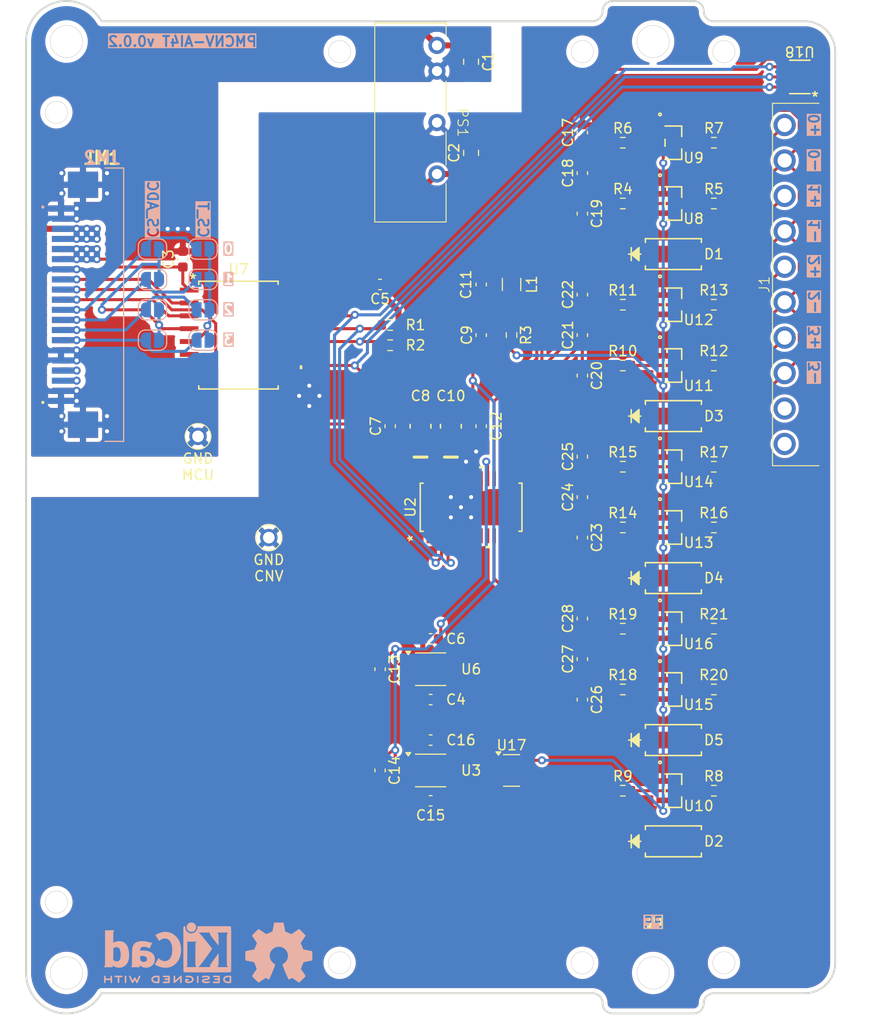
<source format=kicad_pcb>
(kicad_pcb (version 20241229) (generator "pcbnew") (generator_version "9.0")
  (title_block (title "${article} v${version}"))
  (layers (0 "F.Cu" signal) (2 "B.Cu" signal) (13 "F.Paste" user) (15 "B.Paste" user) (5 "F.SilkS" user "F.Silkscreen") (7 "B.SilkS" user "B.Silkscreen") (1 "F.Mask" user) (3 "B.Mask" user) (25 "Edge.Cuts" user))
  (property "article" "PMCNV-AI4T")
  (property "version" "0.0.2")
  (net 0 "")
  (net 7 "Net-(U6-Trim{slash}NR)")
  (net 10 "Net-(U3-Trim{slash}NR)")
  (net 12 "+2V5_CNV")
  (net 13 "+4V096_CNV")
  (net 15 "+5V_MCU")
  (net 16 "GND_MCU")
  (net 17 "GND_CNV")
  (net 18 "+5V_CNV")
  (net 19 "+3.3V_MCU")
  (net 20 "/CS_AD_CNV")
  (net 21 "/CS_T_CNV")
  (net 22 "/CS_T_MCU")
  (net 23 "/MISO_CNV")
  (net 24 "/MOSI_MCU")
  (net 25 "/MOSI_CNV")
  (net 26 "/SCK_CNV")
  (net 27 "/MISO_MCU")
  (net 28 "/SCK_MCU")
  (net 29 "/CS_AD_MCU")
  (net 34 "Net-(R4-Pad2)")
  (net 37 "+5V_CNV_FLT")
  (net 38 "/P1")
  (net 39 "/P3")
  (net 40 "/P2")
  (net 41 "/P0")
  (net 42 "Net-(L1-Pad1)")
  (net 43 "Net-(R6-Pad2)")
  (net 46 "/CH0")
  (net 47 "/CHCOM")
  (net 48 "/CH3")
  (net 49 "/CH1")
  (net 50 "/CH2")
  (net 51 "Net-(R8-Pad1)")
  (net 52 "+2V5_CNV_BUF")
  (net 53 "Net-(R10-Pad2)")
  (net 54 "Net-(R11-Pad2)")
  (net 55 "Net-(R14-Pad2)")
  (net 56 "Net-(R15-Pad2)")
  (net 57 "Net-(R18-Pad2)")
  (net 58 "Net-(R19-Pad2)")
  (net 59 "/AIN2")
  (net 60 "/AIN1")
  (net 61 "/AIN3")
  (net 62 "/AIN4")
  (net 63 "/AIN5")
  (net 64 "/AIN6")
  (net 65 "/AIN7")
  (net 66 "/AIN8")
  (net 67 "/CS1_MCU")
  (net 68 "/SDA_MCU")
  (net 69 "/CS0_MCU")
  (net 70 "/CS3_MCU")
  (net 71 "/CS2_MCU")
  (net 73 "/SCL_MCU")
  (footprint "kicad_inventree_lib:PM-ESP32C3_v0.0.5" (layer "F.Cu") (at 25 100)
    (property "Reference" "U1" (hide yes))
    (property "Value" "~" (hide yes))
    (fp_circle (center 3 -39) (end 4.1 -39) (stroke (width 0.05)) (fill no) (layer "Edge.Cuts"))
    (fp_circle (center 3 39) (end 4.1 39) (stroke (width 0.05)) (fill no) (layer "Edge.Cuts"))
    (fp_circle (center 31 -45) (end 32.1 -45) (stroke (width 0.05)) (fill no) (layer "Edge.Cuts"))
    (fp_circle (center 31 45) (end 32.1 45) (stroke (width 0.05)) (fill no) (layer "Edge.Cuts"))
  )
  (footprint "Resistor_SMD:R_0603_1608Metric" (layer "F.Cu") (at 84 70)
    (property "Reference" "R4")
    (property "Value" "300R")
  )
  (footprint "kicad_inventree_lib:TAJA_AVX-M" (layer "F.Cu") (at 67 92 90)
    (property "Reference" "C10")
    (property "Value" "10 uF")
  )
  (footprint "Resistor_SMD:R_0603_1608Metric" (layer "F.Cu") (at 93 102)
    (property "Reference" "R16")
    (property "Value" "1k69")
  )
  (footprint "Capacitor_SMD:C_0603_1608Metric" (layer "F.Cu") (at 60 116 -90)
    (property "Reference" "C13")
    (property "Value" "1uF")
  )
  (footprint "Capacitor_SMD:C_0603_1608Metric" (layer "F.Cu") (at 80 111 90)
    (property "Reference" "C28")
    (property "Value" "1nF 50V")
  )
  (footprint "Capacitor_SMD:C_0603_1608Metric" (layer "F.Cu") (at 70 83 90)
    (property "Reference" "C9")
    (property "Value" "100nF")
  )
  (footprint "Capacitor_SMD:C_0603_1608Metric" (layer "F.Cu") (at 65 129 180)
    (property "Reference" "C15")
    (property "Value" "1uF")
  )
  (footprint "kicad_inventree_lib:MountingHole_M3" (layer "F.Cu") (at 87 146)
    (property "Reference" "H7" (hide yes))
    (property "Value" "MountingHole_M3")
    (fp_circle (center 0 0) (end 1.6 0) (stroke (width 0.05)) (fill no) (layer "Edge.Cuts"))
  )
  (footprint "Capacitor_SMD:C_0603_1608Metric" (layer "F.Cu") (at 61 92 90)
    (property "Reference" "C7")
    (property "Value" "100nF")
  )
  (footprint "kicad_inventree_lib:5117" (layer "F.Cu") (at 42 93)
    (property "Reference" "U4" (hide yes))
    (property "Value" "5117" (hide yes))
  )
  (footprint "Capacitor_SMD:C_0603_1608Metric" (layer "F.Cu") (at 80 95 90)
    (property "Reference" "C25")
    (property "Value" "1nF 50V")
  )
  (footprint "kicad_inventree_lib:SOT-23_ONS" (layer "F.Cu") (at 89 64 -90)
    (property "Reference" "U9")
    (property "Value" "BAV199LT1G")
  )
  (footprint "kicad_inventree_lib:PM_LED-xx-v0.0.1" (layer "F.Cu") (at 90 100)
    (property "Reference" "SP1" (hide yes))
    (property "Value" "~")
    (fp_circle (center -10 -45) (end -8.9 -45) (stroke (width 0.05)) (fill no) (layer "Edge.Cuts"))
    (fp_circle (center -10 45) (end -8.9 45) (stroke (width 0.05)) (fill no) (layer "Edge.Cuts"))
    (fp_circle (center 4 -45) (end 5.1 -45) (stroke (width 0.05)) (fill no) (layer "Edge.Cuts"))
    (fp_circle (center 4 45) (end 5.1 45) (stroke (width 0.05)) (fill no) (layer "Edge.Cuts"))
  )
  (footprint "kicad_inventree_lib:SMASeries_LTF-M" (layer "F.Cu") (at 89 133)
    (property "Reference" "D2")
    (property "Value" "SMAJ33CA")
  )
  (footprint "Resistor_SMD:R_0603_1608Metric" (layer "F.Cu") (at 84 118)
    (property "Reference" "R18")
    (property "Value" "300R")
  )
  (footprint "kicad_inventree_lib:SOIC16-WBW_CLG-M" (layer "F.Cu") (at 46 83)
    (property "Reference" "U7")
    (property "Value" "CA-IS3761HW")
  )
  (footprint "kicad_inventree_lib:SOT-23_ONS" (layer "F.Cu") (at 89 96 -90)
    (property "Reference" "U14")
    (property "Value" "BAV199LT1G")
  )
  (footprint "Resistor_SMD:R_0603_1608Metric" (layer "F.Cu") (at 93 70)
    (property "Reference" "R5")
    (property "Value" "1k69")
  )
  (footprint "Resistor_SMD:R_0603_1608Metric" (layer "F.Cu") (at 73 83 -90)
    (property "Reference" "R3")
    (property "Value" "1R5")
  )
  (footprint "kicad_inventree_lib:SOT-23_ONS" (layer "F.Cu") (at 89 80 -90)
    (property "Reference" "U12")
    (property "Value" "BAV199LT1G")
  )
  (footprint "Resistor_SMD:R_0603_1608Metric" (layer "F.Cu") (at 84 86)
    (property "Reference" "R10")
    (property "Value" "300R")
  )
  (footprint "Capacitor_SMD:C_0603_1608Metric" (layer "F.Cu") (at 60 78 180)
    (property "Reference" "C5")
    (property "Value" "100nF")
  )
  (footprint "kicad_inventree_lib:SOT-23_ONS" (layer "F.Cu") (at 89 112 -90)
    (property "Reference" "U16")
    (property "Value" "BAV199LT1G")
  )
  (footprint "kicad_inventree_lib:SMASeries_LTF-M" (layer "F.Cu") (at 89 75)
    (property "Reference" "D1")
    (property "Value" "SMAJ33CA")
  )
  (footprint "Capacitor_SMD:C_0603_1608Metric" (layer "F.Cu") (at 40.5 75.5 90)
    (property "Reference" "C3")
    (property "Value" "100nF")
  )
  (footprint "Resistor_SMD:R_0603_1608Metric" (layer "F.Cu") (at 93 128)
    (property "Reference" "R8")
    (property "Value" "1k69")
  )
  (footprint "Capacitor_SMD:C_0603_1608Metric" (layer "F.Cu") (at 80 71 -90)
    (property "Reference" "C19")
    (property "Value" "1nF 50V")
  )
  (footprint "Resistor_SMD:R_0603_1608Metric" (layer "F.Cu") (at 84 128)
    (property "Reference" "R9")
    (property "Value" "300R")
  )
  (footprint "kicad_inventree_lib:B2405LS-1WR3" (layer "F.Cu") (at 65.625 62.005 -90)
    (property "Reference" "PS1")
    (property "Value" "5V/5V")
  )
  (footprint "kicad_inventree_lib:DBV6" (layer "F.Cu") (at 101.5 57.5 180)
    (property "Reference" "U18")
    (property "Value" "TMP121AIDBVR")
  )
  (footprint "Capacitor_SMD:C_0805_2012Metric" (layer "F.Cu") (at 69 65 90)
    (property "Reference" "C2")
    (property "Value" "10uF")
  )
  (footprint "kicad_inventree_lib:SOT-23_ONS" (layer "F.Cu") (at 89 128 -90)
    (property "Reference" "U10")
    (property "Value" "BAV199LT1G")
  )
  (footprint "Capacitor_SMD:C_0603_1608Metric" (layer "F.Cu") (at 60 126 -90)
    (property "Reference" "C14")
    (property "Value" "1uF")
  )
  (footprint "kicad_inventree_lib:SOT-23_ONS" (layer "F.Cu") (at 89 86 -90)
    (property "Reference" "U11")
    (property "Value" "BAV199LT1G")
  )
  (footprint "Capacitor_SMD:C_0603_1608Metric" (layer "F.Cu") (at 80 79 90)
    (property "Reference" "C22")
    (property "Value" "1nF 50V")
  )
  (footprint "Resistor_SMD:R_0603_1608Metric" (layer "F.Cu") (at 93 112)
    (property "Reference" "R21")
    (property "Value" "1k69")
  )
  (footprint "kicad_inventree_lib:MountingHole_M3" (layer "F.Cu") (at 87 54)
    (property "Reference" "H4" (hide yes))
    (property "Value" "MountingHole_M3")
    (fp_circle (center 0 0) (end 1.6 0) (stroke (width 0.05)) (fill no) (layer "Edge.Cuts"))
  )
  (footprint "kicad_inventree_lib:MountingHole_M3" (layer "F.Cu") (at 29 54)
    (property "Reference" "H5" (hide yes))
    (property "Value" "MountingHole_M3")
    (fp_circle (center 0 0) (end 1.6 0) (stroke (width 0.05)) (fill no) (layer "Edge.Cuts"))
  )
  (footprint "kicad_inventree_lib:TAJA_AVX-M" (layer "F.Cu") (at 64 92 90)
    (property "Reference" "C8")
    (property "Value" "10 uF")
  )
  (footprint "Capacitor_SMD:C_0603_1608Metric" (layer "F.Cu") (at 65 123 180)
    (property "Reference" "C16")
    (property "Value" "1uF")
  )
  (footprint "Capacitor_SMD:C_0603_1608Metric" (layer "F.Cu") (at 70 92 90)
    (property "Reference" "C12")
    (property "Value" "100nF")
  )
  (footprint "Capacitor_SMD:C_0603_1608Metric" (layer "F.Cu") (at 80 87 -90)
    (property "Reference" "C20")
    (property "Value" "1nF 50V")
  )
  (footprint "Capacitor_SMD:C_0603_1608Metric" (layer "F.Cu") (at 70 78 -90)
    (property "Reference" "C11")
    (property "Value" "100nF")
  )
  (footprint "kicad_inventree_lib:SMASeries_LTF-M" (layer "F.Cu") (at 89 91)
    (property "Reference" "D3")
    (property "Value" "SMAJ33CA")
  )
  (footprint "Capacitor_SMD:C_0603_1608Metric" (layer "F.Cu") (at 80 63 90)
    (property "Reference" "C17")
    (property "Value" "1nF 50V")
  )
  (footprint "Resistor_SMD:R_0603_1608Metric" (layer "F.Cu") (at 93 96)
    (property "Reference" "R17")
    (property "Value" "1k69")
  )
  (footprint "Resistor_SMD:R_0603_1608Metric" (layer "F.Cu") (at 84 64)
    (property "Reference" "R6")
    (property "Value" "300R")
  )
  (footprint "Resistor_SMD:R_0603_1608Metric" (layer "F.Cu") (at 93 80)
    (property "Reference" "R13")
    (property "Value" "1k69")
  )
  (footprint "Capacitor_SMD:C_0603_1608Metric" (layer "F.Cu") (at 80 83 90)
    (property "Reference" "C21")
    (property "Value" "22nF 25V")
  )
  (footprint "Capacitor_SMD:C_0603_1608Metric" (layer "F.Cu") (at 80 99 90)
    (property "Reference" "C24")
    (property "Value" "22nF 25V")
  )
  (footprint "Capacitor_SMD:C_0603_1608Metric" (layer "F.Cu") (at 65 113 180)
    (property "Reference" "C6")
    (property "Value" "1uF")
  )
  (footprint "Capacitor_SMD:C_0603_1608Metric" (layer "F.Cu") (at 80 67 90)
    (property "Reference" "C18")
    (property "Value" "22nF 25V")
  )
  (footprint "kicad_inventree_lib:SMASeries_LTF-M" (layer "F.Cu") (at 89 107)
    (property "Reference" "D4")
    (property "Value" "SMAJ33CA")
  )
  (footprint "Package_SO:MSOP-8_3x3mm_P0.65mm" (layer "F.Cu") (at 65 116)
    (property "Reference" "U6")
    (property "Value" "REF5040ADGK")
  )
  (footprint "kicad_inventree_lib:AFA07S20FCA00" (layer "F.Cu") (at 32 80 90)
    (property "Reference" "JM1")
    (property "Value" "AFA07-S20FCC-00" (hide yes))
  )
  (footprint "Resistor_SMD:R_0603_1608Metric" (layer "F.Cu") (at 84 80)
    (property "Reference" "R11")
    (property "Value" "300R")
  )
  (footprint "Resistor_SMD:R_0603_1608Metric" (layer "F.Cu") (at 93 64)
    (property "Reference" "R7")
    (property "Value" "1k69")
  )
  (footprint "Resistor_SMD:R_0603_1608Metric" (layer "F.Cu") (at 61 82 180)
    (property "Reference" "R1")
    (property "Value" "10k")
  )
  (footprint "Package_SO:MSOP-8_3x3mm_P0.65mm" (layer "F.Cu") (at 65 126)
    (property "Reference" "U3")
    (property "Value" "REF5025ADGK")
  )
  (footprint "kicad_inventree_lib:RU_28_ADI" (layer "F.Cu") (at 69 100 90)
    (property "Reference" "U2")
    (property "Value" "AD7193BRUZ")
  )
  (footprint "Resistor_SMD:R_0603_1608Metric" (layer "F.Cu") (at 93 118)
    (property "Reference" "R20")
    (property "Value" "1k69")
  )
  (footprint "kicad_inventree_lib:15EDGRC-3.5-10P" (layer "F.Cu") (at 100 93.75 90)
    (property "Reference" "J1")
    (property "Value" "15EDGRC-3.5-10P")
  )
  (footprint "kicad_inventree_lib:MountingHole_M3" (layer "F.Cu") (at 29 146)
    (property "Reference" "H6" (hide yes))
    (property "Value" "MountingHole_M3")
    (fp_circle (center 0 0) (end 1.6 0) (stroke (width 0.05)) (fill no) (layer "Edge.Cuts"))
  )
  (footprint "Package_TO_SOT_SMD:TSOT-23-5" (layer "F.Cu") (at 73 126)
    (property "Reference" "U17")
    (property "Value" "AD8603")
  )
  (footprint "Capacitor_SMD:C_0603_1608Metric" (layer "F.Cu") (at 65 119 180)
    (property "Reference" "C4")
    (property "Value" "1uF")
  )
  (footprint "Capacitor_SMD:C_0603_1608Metric" (layer "F.Cu") (at 80 119 -90)
    (property "Reference" "C26")
    (property "Value" "1nF 50V")
  )
  (footprint "Resistor_SMD:R_0603_1608Metric" (layer "F.Cu") (at 84 96)
    (property "Reference" "R15")
    (property "Value" "300R")
  )
  (footprint "kicad_inventree_lib:5117" (layer "F.Cu") (at 49 103)
    (property "Reference" "U5" (hide yes))
    (property "Value" "5117" (hide yes))
  )
  (footprint "kicad_inventree_lib:SMASeries_LTF-M" (layer "F.Cu") (at 89 123)
    (property "Reference" "D5")
    (property "Value" "SMAJ33CA")
  )
  (footprint "kicad_inventree_lib:SOT-23_ONS" (layer "F.Cu") (at 89 102 -90)
    (property "Reference" "U13")
    (property "Value" "BAV199LT1G")
  )
  (footprint "kicad_inventree_lib:SOT-23_ONS" (layer "F.Cu") (at 89 118 -90)
    (property "Reference" "U15")
    (property "Value" "BAV199LT1G")
  )
  (footprint "Inductor_SMD:L_1206_3216Metric_Pad1.42x1.75mm_HandSolder" (layer "F.Cu") (at 73 78 90)
    (property "Reference" "L1")
    (property "Value" "1kΩ@100MHz")
  )
  (footprint "Resistor_SMD:R_0603_1608Metric" (layer "F.Cu") (at 61 84 180)
    (property "Reference" "R2")
    (property "Value" "10k")
  )
  (footprint "Capacitor_SMD:C_0603_1608Metric" (layer "F.Cu") (at 80 115 90)
    (property "Reference" "C27")
    (property "Value" "22nF 25V")
  )
  (footprint "kicad_inventree_lib:SOT-23_ONS" (layer "F.Cu") (at 89 70 -90)
    (property "Reference" "U8")
    (property "Value" "BAV199LT1G")
  )
  (footprint "Resistor_SMD:R_0603_1608Metric" (layer "F.Cu") (at 84 112)
    (property "Reference" "R19")
    (property "Value" "300R")
  )
  (footprint "Resistor_SMD:R_0603_1608Metric" (layer "F.Cu") (at 93 86)
    (property "Reference" "R12")
    (property "Value" "1k69")
  )
  (footprint "Capacitor_SMD:C_0603_1608Metric" (layer "F.Cu") (at 80 103 -90)
    (property "Reference" "C23")
    (property "Value" "1nF 50V")
  )
  (footprint "Resistor_SMD:R_0603_1608Metric" (layer "F.Cu") (at 84 102)
    (property "Reference" "R14")
    (property "Value" "300R")
  )
  (footprint "Capacitor_SMD:C_0805_2012Metric" (layer "F.Cu") (at 69 56 -90)
    (property "Reference" "C1")
    (property "Value" "4.7uF")
  )
  (footprint "kicad_inventree_lib:SolderJumper-2_P1.3mm_Open_RoundedPad1.0x1.5mm" (layer "B.Cu") (at 42.5 77.5)
    (property "Reference" "JP6" (hide yes))
    (property "Value" "SolderJumper_2_Open")
  )
  (footprint "kicad_inventree_lib:SolderJumper-2_P1.3mm_Open_RoundedPad1.0x1.5mm" (layer "B.Cu") (at 42.5 83.5)
    (property "Reference" "JP8" (hide yes))
    (property "Value" "SolderJumper_2_Open")
  )
  (footprint "kicad_inventree_lib:AFA07S20FCA00" (layer "B.Cu") (at 32 80 -90)
    (property "Reference" "JM2")
    (property "Value" "AFA07-S20FCC-00" (hide yes))
  )
  (footprint "kicad_inventree_lib:SolderJumper-2_P1.3mm_Open_RoundedPad1.0x1.5mm" (layer "B.Cu") (at 42.5 74.5)
    (property "Reference" "JP5" (hide yes))
    (property "Value" "SolderJumper_2_Open")
  )
  (footprint "kicad_inventree_lib:SolderJumper-2_P1.3mm_Open_RoundedPad1.0x1.5mm" (layer "B.Cu") (at 37.5 74.5)
    (property "Reference" "JP1" (hide yes))
    (property "Value" "SolderJumper_2_Open")
  )
  (footprint "Symbol:KiCad-Logo2_5mm_SilkScreen" (layer "B.Cu") (at 39 144 180)
    (property "Reference" "kicad_logo" (hide yes))
    (property "Value" "KiCad-Logo2_5mm_SilkScreen" (hide yes))
  )
  (footprint "kicad_inventree_lib:SolderJumper-2_P1.3mm_Open_RoundedPad1.0x1.5mm" (layer "B.Cu") (at 42.5 80.5)
    (property "Reference" "JP7" (hide yes))
    (property "Value" "SolderJumper_2_Open")
  )
  (footprint "Symbol:OSHW-Symbol_6.7x6mm_SilkScreen" (layer "B.Cu") (at 50 144 180)
    (property "Reference" "oshw_logo" (hide yes))
    (property "Value" "OSHW-Symbol_6.7x6mm_SilkScreen" (hide yes))
  )
  (footprint "kicad_inventree_lib:SolderJumper-2_P1.3mm_Open_RoundedPad1.0x1.5mm" (layer "B.Cu") (at 37.5 80.5)
    (property "Reference" "JP3" (hide yes))
    (property "Value" "SolderJumper_2_Open")
  )
  (footprint "kicad_inventree_lib:SolderJumper-2_P1.3mm_Open_RoundedPad1.0x1.5mm" (layer "B.Cu") (at 37.5 77.5)
    (property "Reference" "JP2" (hide yes))
    (property "Value" "SolderJumper_2_Open")
  )
  (footprint "kicad_inventree_lib:SolderJumper-2_P1.3mm_Open_RoundedPad1.0x1.5mm" (layer "B.Cu") (at 37.5 83.5)
    (property "Reference" "JP4" (hide yes))
    (property "Value" "SolderJumper_2_Open")
  )
  (gr_arc (start 102 52) (mid 104.12132 52.87868) (end 105 55) (stroke (width 0.2)) (layer "Edge.Cuts"))
  (gr_arc (start 25.000001 54) (mid 27.964724 50.136298) (end 32.464101 52) (stroke (width 0.2)) (layer "Edge.Cuts"))
  (gr_arc (start 92 149) (mid 91.707107 149.707107) (end 91 150) (stroke (width 0.2)) (layer "Edge.Cuts"))
  (gr_line (start 32.464101 52) (end 81 52) (stroke (width 0.2)) (layer "Edge.Cuts"))
  (gr_line (start 105 55) (end 105 145) (stroke (width 0.2)) (layer "Edge.Cuts"))
  (gr_arc (start 83 150) (mid 82.292893 149.707107) (end 82 149) (stroke (width 0.2)) (layer "Edge.Cuts"))
  (gr_arc (start 81 148) (mid 81.707107 148.292893) (end 82 149) (stroke (width 0.2)) (layer "Edge.Cuts"))
  (gr_line (start 93 148) (end 102 148) (stroke (width 0.2)) (layer "Edge.Cuts"))
  (gr_line (start 93 52) (end 102 52) (stroke (width 0.2)) (layer "Edge.Cuts"))
  (gr_arc (start 92 149) (mid 92.292893 148.292893) (end 93 148) (stroke (width 0.2)) (layer "Edge.Cuts"))
  (gr_arc (start 82 51) (mid 82.292893 50.292893) (end 83 50) (stroke (width 0.2)) (layer "Edge.Cuts"))
  (gr_line (start 91 50) (end 83 50) (stroke (width 0.2)) (layer "Edge.Cuts"))
  (gr_arc (start 32.464101 148) (mid 27.964724 149.863703) (end 25 146) (stroke (width 0.2)) (layer "Edge.Cuts"))
  (gr_arc (start 82 51) (mid 81.707107 51.707107) (end 81 52) (stroke (width 0.2)) (layer "Edge.Cuts"))
  (gr_line (start 83 150) (end 91 150) (stroke (width 0.2)) (layer "Edge.Cuts"))
  (gr_line (start 81 148) (end 32.464101 148) (stroke (width 0.2)) (layer "Edge.Cuts"))
  (gr_arc (start 93 52) (mid 92.292893 51.707107) (end 92 51) (stroke (width 0.2)) (layer "Edge.Cuts"))
  (gr_arc (start 91 50) (mid 91.707107 50.292893) (end 92 51) (stroke (width 0.2)) (layer "Edge.Cuts"))
  (gr_arc (start 105 145) (mid 104.12132 147.12132) (end 102 148) (stroke (width 0.2)) (layer "Edge.Cuts"))
  (gr_line (start 25 146) (end 25 54) (stroke (width 0.2)) (layer "Edge.Cuts"))
  (gr_text "GND\nCNV" (at 49 106 0) (layer "F.SilkS") (effects (font (size 1 1))))
  (gr_text "PE" (at 87 141 0) (layer "F.SilkS" knockout) (effects (font (size 1 1) (thickness 0.2) (bold yes))))
  (gr_text "GND\nMCU" (at 42 96 0) (layer "F.SilkS") (effects (font (size 1 1))))
  (gr_text "CS_ADC" (at 37.5 73.5 270) (layer "B.SilkS" knockout) (effects (font (size 1 1) (thickness 0.2) (bold yes)) (justify left mirror)))
  (gr_text "0-" (at 102.94 65.75 90) (layer "B.SilkS" knockout) (effects (font (size 1 1) (thickness 0.2) (bold yes)) (justify mirror)))
  (gr_text "2+" (at 102.94 76.25 90) (layer "B.SilkS" knockout) (effects (font (size 1 1) (thickness 0.2) (bold yes)) (justify mirror)))
  (gr_text "CS_T" (at 42.5 73.5 270) (layer "B.SilkS" knockout) (effects (font (size 1 1) (thickness 0.2) (bold yes)) (justify left mirror)))
  (gr_text "1+" (at 102.94 69.25 90) (layer "B.SilkS" knockout) (effects (font (size 1 1) (thickness 0.2) (bold yes)) (justify mirror)))
  (gr_text "3-" (at 102.94 86.75 90) (layer "B.SilkS" knockout) (effects (font (size 1 1) (thickness 0.2) (bold yes)) (justify mirror)))
  (gr_text "3+" (at 102.94 83.25 90) (layer "B.SilkS" knockout) (effects (font (size 1 1) (thickness 0.2) (bold yes)) (justify mirror)))
  (gr_text "2" (at 45 80.5 0) (layer "B.SilkS" knockout) (effects (font (size 1 1) (thickness 0.2) (bold yes)) (justify mirror)))
  (gr_text "0" (at 45 74.5 0) (layer "B.SilkS" knockout) (effects (font (size 1 1) (thickness 0.2) (bold yes)) (justify mirror)))
  (gr_text "2-" (at 102.94 79.75 90) (layer "B.SilkS" knockout) (effects (font (size 1 1) (thickness 0.2) (bold yes)) (justify mirror)))
  (gr_text "0+" (at 102.94 62.25 90) (layer "B.SilkS" knockout) (effects (font (size 1 1) (thickness 0.2) (bold yes)) (justify mirror)))
  (gr_text "3" (at 45 83.5 0) (layer "B.SilkS" knockout) (effects (font (size 1 1) (thickness 0.2) (bold yes)) (justify mirror)))
  (gr_text "1" (at 45 77.5 0) (layer "B.SilkS" knockout) (effects (font (size 1 1) (thickness 0.2) (bold yes)) (justify mirror)))
  (gr_text "${article} v${version}" (at 33 54 0) (layer "B.SilkS" knockout) (effects (font (size 1 1) (thickness 0.2) (bold yes)) (justify right mirror)))
  (gr_text "1-" (at 102.94 72.75 90) (layer "B.SilkS" knockout) (effects (font (size 1 1) (thickness 0.2) (bold yes)) (justify mirror)))
  (gr_text "PE" (at 87 141 -0) (layer "B.SilkS" knockout) (effects (font (size 1 1) (thickness 0.2) (bold yes)) (justify mirror)))
  (segment (start 65.775 119) (end 65.775 118.3125) (width 0.3) (layer "F.Cu") (net 7))
  (segment (start 65.775 118.3125) (end 67.1125 116.975) (width 0.3) (layer "F.Cu") (net 7))
  (segment (start 65.775 129) (end 65.775 128.3125) (width 0.3) (layer "F.Cu") (net 10))
  (segment (start 65.775 128.3125) (end 67.1125 126.975) (width 0.3) (layer "F.Cu") (net 10))
  (segment (start 67.1125 126.325) (end 66.175 126.325) (width 0.3) (layer "F.Cu") (net 12))
  (segment (start 69.837322 126.95) (end 71.8625 126.95) (width 0.3) (layer "F.Cu") (net 12))
  (segment (start 69.212322 126.325) (end 69.837322 126.95) (width 0.3) (layer "F.Cu") (net 12))
  (segment (start 65.775 125.925) (end 65.775 123) (width 0.3) (layer "F.Cu") (net 12))
  (segment (start 67.1125 126.325) (end 69.212322 126.325) (width 0.3) (layer "F.Cu") (net 12))
  (segment (start 66.175 126.325) (end 65.775 125.925) (width 0.3) (layer "F.Cu") (net 12))
  (segment (start 70.625001 95.625001) (end 70.5 95.5) (width 0.3) (layer "F.Cu") (net 13))
  (segment (start 65.775 115.799999) (end 65.775 113) (width 0.3) (layer "F.Cu") (net 13))
  (segment (start 66 111.5) (end 66 112.775) (width 0.3) (layer "F.Cu") (net 13))
  (segment (start 66.300001 116.325) (end 65.775 115.799999) (width 0.3) (layer "F.Cu") (net 13))
  (segment (start 66 112.775) (end 65.775 113) (width 0.3) (layer "F.Cu") (net 13))
  (segment (start 67.1125 116.325) (end 66.300001 116.325) (width 0.3) (layer "F.Cu") (net 13))
  (segment (start 70.625001 97.1806) (end 70.625001 95.625001) (width 0.3) (layer "F.Cu") (net 13))
  (via (at 66 111.5) (size 0.8) (drill 0.4) (layers "F.Cu" "B.Cu") (net 13))
  (via (at 70.5 95.5) (size 0.8) (drill 0.4) (layers "F.Cu" "B.Cu") (net 13))
  (segment (start 70.5 107) (end 66 111.5) (width 0.3) (layer "B.Cu") (net 13))
  (segment (start 70.5 95.5) (end 70.5 107) (width 0.3) (layer "B.Cu") (net 13))
  (segment (start 68.335 54.385) (end 69 55.05) (width 0.6) (layer "F.Cu") (net 15))
  (segment (start 32 72.5) (end 32 73.5) (width 0.6) (layer "F.Cu") (net 15))
  (segment (start 26 71.5) (end 26 60.31158) (width 0.6) (layer "F.Cu") (net 15))
  (segment (start 28.454 72.5) (end 30 72.5) (width 0.6) (layer "F.Cu") (net 15))
  (segment (start 27.21258 59.099) (end 28.151 59.099) (width 0.6) (layer "F.Cu") (net 15))
  (segment (start 28.454 73.5) (end 30 73.5) (width 0.6) (layer "F.Cu") (net 15))
  (segment (start 28.454 72.5) (end 27 72.5) (width 0.6) (layer "F.Cu") (net 15))
  (segment (start 31 73.5) (end 32 73.5) (width 0.6) (layer "F.Cu") (net 15))
  (segment (start 31 72.5) (end 32 72.5) (width 0.6) (layer "F.Cu") (net 15))
  (segment (start 64.24 53) (end 65.625 54.385) (width 0.6) (layer "F.Cu") (net 15))
  (segment (start 26 60.31158) (end 27.21258 59.099) (width 0.6) (layer "F.Cu") (net 15))
  (segment (start 28.151 59.099) (end 34.25 53) (width 0.6) (layer "F.Cu") (net 15))
  (segment (start 34.25 53) (end 64.24 53) (width 0.6) (layer "F.Cu") (net 15))
  (segment (start 30 72.5) (end 31 72.5) (width 0.6) (layer "F.Cu") (net 15))
  (segment (start 30 73.5) (end 31 73.5) (width 0.6) (layer "F.Cu") (net 15))
  (segment (start 27 72.5) (end 26 71.5) (width 0.6) (layer "F.Cu") (net 15))
  (segment (start 65.625 54.385) (end 68.335 54.385) (width 0.6) (layer "F.Cu") (net 15))
  (segment (start 30 72.5) (end 30 73.5) (width 0.6) (layer "F.Cu") (net 15))
  (segment (start 31 72.5) (end 31 73.5) (width 0.6) (layer "F.Cu") (net 15))
  (via (at 30 73.5) (size 0.8) (drill 0.4) (layers "F.Cu" "B.Cu") (net 15))
  (via (at 31 72.5) (size 0.8) (drill 0.4) (layers "F.Cu" "B.Cu") (net 15))
  (via (at 32 73.5) (size 0.8) (drill 0.4) (layers "F.Cu" "B.Cu") (net 15))
  (via (at 31 73.5) (size 0.8) (drill 0.4) (layers "F.Cu" "B.Cu") (net 15))
  (via (at 32 72.5) (size 0.8) (drill 0.4) (layers "F.Cu" "B.Cu") (net 15))
  (via (at 30 72.5) (size 0.8) (drill 0.4) (layers "F.Cu" "B.Cu") (net 15))
  (segment (start 32 72.5) (end 28.454 72.5) (width 0.6) (layer "B.Cu") (net 15))
  (segment (start 32 73.5) (end 32 72.5) (width 0.6) (layer "B.Cu") (net 15))
  (segment (start 32 73.5) (end 28.454 73.5) (width 0.6) (layer "B.Cu") (net 15))
  (segment (start 30 73.5) (end 30 72.5) (width 0.6) (layer "B.Cu") (net 15))
  (segment (start 31 73.5) (end 31 72.5) (width 0.6) (layer "B.Cu") (net 15))
  (segment (start 28.454 76.5) (end 30 76.5) (width 0.6) (layer "F.Cu") (net 16))
  (segment (start 28.454 88.5) (end 30 88.5) (width 0.6) (layer "F.Cu") (net 16))
  (segment (start 28.454 89.5) (end 30 89.5) (width 0.6) (layer "F.Cu") (net 16))
  (segment (start 28.454 84.5) (end 30 84.5) (width 0.6) (layer "F.Cu") (net 16))
  (segment (start 28.454 71.5) (end 30 71.5) (width 0.6) (layer "F.Cu") (net 16))
  (segment (start 30 85.5) (end 28.454 85.5) (width 0.6) (layer "F.Cu") (net 16))
  (segment (start 28.454 70.5) (end 30 70.5) (width 0.6) (layer "F.Cu") (net 16))
  (via (at 41 72.5) (size 0.8) (drill 0.4) (layers "F.Cu" "B.Cu") (net 16))
  (via (at 30 70.5) (size 0.8) (drill 0.4) (layers "F.Cu" "B.Cu") (net 16))
  (via (at 30 76.5) (size 0.8) (drill 0.4) (layers "F.Cu" "B.Cu") (net 16))
  (via (at 30 84.5) (size 0.8) (drill 0.4) (layers "F.Cu" "B.Cu") (net 16))
  (via (at 33 69) (size 0.8) (drill 0.4) (layers "F.Cu" "B.Cu") (net 16))
  (via (at 33 91) (size 0.8) (drill 0.4) (layers "F.Cu" "B.Cu") (net 16))
  (via (at 28.5 92.5) (size 0.8) (drill 0.4) (layers "F.Cu" "B.Cu") (net 16))
  (via (at 30 89.5) (size 0.8) (drill 0.4) (layers "F.Cu" "B.Cu") (net 16))
  (via (at 30 71.5) (size 0.8) (drill 0.4) (layers "F.Cu" "B.Cu") (net 16))
  (via (at 30 88.5) (size 0.8) (drill 0.4) (layers "F.Cu" "B.Cu") (net 16))
  (via (at 33 92.5) (size 0.8) (drill 0.4) (layers "F.Cu" "B.Cu") (net 16))
  (via (at 28.5 69) (size 0.8) (drill 0.4) (layers "F.Cu" "B.Cu") (net 16))
  (via (at 28.5 91) (size 0.8) (drill 0.4) (layers "F.Cu" "B.Cu") (net 16))
  (via (at 40 72.5) (size 0.8) (drill 0.4) (layers "F.Cu" "B.Cu") (net 16))
  (via (at 28.5 67) (size 0.8) (drill 0.4) (layers "F.Cu" "B.Cu") (net 16))
  (via (at 39 72.5) (size 0.8) (drill 0.4) (layers "F.Cu" "B.Cu") (net 16))
  (via (at 30 85.5) (size 0.8) (drill 0.4) (layers "F.Cu" "B.Cu") (net 16))
  (via (at 33 67) (size 0.8) (drill 0.4) (layers "F.Cu" "B.Cu") (net 16))
  (segment (start 30 84.5) (end 28.454 84.5) (width 0.6) (layer "B.Cu") (net 16))
  (segment (start 30 89.5) (end 28.454 89.5) (width 0.6) (layer "B.Cu") (net 16))
  (segment (start 30 70.5) (end 28.454 70.5) (width 0.6) (layer "B.Cu") (net 16))
  (segment (start 30 71.5) (end 28.454 71.5) (width 0.6) (layer "B.Cu") (net 16))
  (segment (start 30 88.5) (end 28.454 88.5) (width 0.6) (layer "B.Cu") (net 16))
  (segment (start 30 76.5) (end 28.454 76.5) (width 0.6) (layer "B.Cu") (net 16))
  (segment (start 28.454 85.5) (end 30 85.5) (width 0.6) (layer "B.Cu") (net 16))
  (via (at 69 101) (size 0.8) (drill 0.4) (layers "F.Cu" "B.Cu") (net 17))
  (via (at 69 99) (size 0.8) (drill 0.4) (layers "F.Cu" "B.Cu") (net 17))
  (via (at 52 89) (size 0.8) (drill 0.4) (layers "F.Cu" "B.Cu") (net 17))
  (via (at 67 101) (size 0.8) (drill 0.4) (layers "F.Cu" "B.Cu") (net 17))
  (via (at 67 99) (size 0.8) (drill 0.4) (layers "F.Cu" "B.Cu") (net 17))
  (via (at 54 89) (size 0.8) (drill 0.4) (layers "F.Cu" "B.Cu") (net 17))
  (via (at 53 88) (size 0.8) (drill 0.4) (layers "F.Cu" "B.Cu") (net 17))
  (via (at 68 100) (size 0.8) (drill 0.4) (layers "F.Cu" "B.Cu") (net 17))
  (via (at 69.5 94.5) (size 0.8) (drill 0.4) (layers "F.Cu" "B.Cu") (net 17))
  (via (at 68.5 95.5) (size 0.8) (drill 0.4) (layers "F.Cu" "B.Cu") (net 17))
  (via (at 53 90) (size 0.8) (drill 0.4) (layers "F.Cu" "B.Cu") (net 17))
  (segment (start 64 93.5) (end 64 93.086663) (width 0.3) (layer "F.Cu") (net 18))
  (segment (start 69 65.95) (end 69.725 65.95) (width 0.3) (layer "F.Cu") (net 18))
  (segment (start 65.625 67.085) (end 67.865 67.085) (width 0.6) (layer "F.Cu") (net 18))
  (segment (start 66.725001 96.225001) (end 64 93.5) (width 0.3) (layer "F.Cu") (net 18))
  (segment (start 50.8768 78.555) (end 58.67 78.555) (width 0.3) (layer "F.Cu") (net 18))
  (segment (start 60 91.775) (end 61 92.775) (width 0.6) (layer "F.Cu") (net 18))
  (segment (start 61.825 82) (end 65.225 82) (width 0.6) (layer "F.Cu") (net 18))
  (segment (start 58.67 78.555) (end 59.225 78) (width 0.3) (layer "F.Cu") (net 18))
  (segment (start 63.313246 93.802) (end 62.027 93.802) (width 0.3) (layer "F.Cu") (net 18))
  (segment (start 61.825 82) (end 61.825 84) (width 0.6) (layer "F.Cu") (net 18))
  (segment (start 60 85.825) (end 60 91.775) (width 0.6) (layer "F.Cu") (net 18))
  (segment (start 66.725001 97.1806) (end 66.725001 96.225001) (width 0.3) (layer "F.Cu") (net 18))
  (segment (start 98.188925 55.749) (end 101.816601 55.749) (width 0.3) (layer "F.Cu") (net 18))
  (segment (start 61.825 80.6) (end 59.225 78) (width 0.6) (layer "F.Cu") (net 18))
  (segment (start 59.225 78) (end 59.225 73.485) (width 0.6) (layer "F.Cu") (net 18))
  (segment (start 59.225 73.485) (end 65.625 67.085) (width 0.6) (layer "F.Cu") (net 18))
  (segment (start 62.027 93.802) (end 61 92.775) (width 0.3) (layer "F.Cu") (net 18))
  (segment (start 69.725 65.95) (end 78.924 56.751) (width 0.3) (layer "F.Cu") (net 18))
  (segment (start 64 93.115246) (end 63.313246 93.802) (width 0.3) (layer "F.Cu") (net 18))
  (segment (start 78.924 56.751) (end 97.186925 56.751) (width 0.3) (layer "F.Cu") (net 18))
  (segment (start 64 93.086663) (end 64 93.115246) (width 0.3) (layer "F.Cu") (net 18))
  (segment (start 61.825 84) (end 60 85.825) (width 0.6) (layer "F.Cu") (net 18))
  (segment (start 65.225 82) (end 70 77.225) (width 0.6) (layer "F.Cu") (net 18))
  (segment (start 67.865 67.085) (end 69 65.95) (width 0.6) (layer "F.Cu") (net 18))
  (segment (start 70.7125 76.5125) (end 70 77.225) (width 0.6) (layer "F.Cu") (net 18))
  (segment (start 61.825 82) (end 61.825 80.6) (width 0.6) (layer "F.Cu") (net 18))
  (segment (start 73 76.5125) (end 70.7125 76.5125) (width 0.6) (layer "F.Cu") (net 18))
  (segment (start 101.816601 55.749) (end 102.6176 56.549999) (width 0.3) (layer "F.Cu") (net 18))
  (segment (start 97.186925 56.751) (end 98.188925 55.749) (width 0.3) (layer "F.Cu") (net 18))
  (segment (start 30 75.5) (end 31 75.5) (width 0.6) (layer "F.Cu") (net 19))
  (segment (start 33.775 76.275) (end 40.5 76.275) (width 0.3) (layer "F.Cu") (net 19))
  (segment (start 32 74.5) (end 32 75.5) (width 0.6) (layer "F.Cu") (net 19))
  (segment (start 30 74.5) (end 31 74.5) (width 0.6) (layer "F.Cu") (net 19))
  (segment (start 31 74.5) (end 31 75.5) (width 0.6) (layer "F.Cu") (net 19))
  (segment (start 40.5 77.9318) (end 41.1232 78.555) (width 0.3) (layer "F.Cu") (net 19))
  (segment (start 30 74.5) (end 30 75.5) (width 0.6) (layer "F.Cu") (net 19))
  (segment (start 40.5 76.275) (end 40.5 77.9318) (width 0.3) (layer "F.Cu") (net 19))
  (segment (start 33 75.5) (end 33.775 76.275) (width 0.3) (layer "F.Cu") (net 19))
  (segment (start 28.454 74.5) (end 30 74.5) (width 0.6) (layer "F.Cu") (net 19))
  (segment (start 31 74.5) (end 32 74.5) (width 0.6) (layer "F.Cu") (net 19))
  (segment (start 31 75.5) (end 32 75.5) (width 0.6) (layer "F.Cu") (net 19))
  (segment (start 32 75.5) (end 33 75.5) (width 0.3) (layer "F.Cu") (net 19))
  (segment (start 28.454 75.5) (end 30 75.5) (width 0.6) (layer "F.Cu") (net 19))
  (via (at 30 75.5) (size 0.8) (drill 0.4) (layers "F.Cu" "B.Cu") (net 19))
  (via (at 31 74.5) (size 0.8) (drill 0.4) (layers "F.Cu" "B.Cu") (net 19))
  (via (at 32 75.5) (size 0.8) (drill 0.4) (layers "F.Cu" "B.Cu") (net 19))
  (via (at 31 75.5) (size 0.8) (drill 0.4) (layers "F.Cu" "B.Cu") (net 19))
  (via (at 30 74.5) (size 0.8) (drill 0.4) (layers "F.Cu" "B.Cu") (net 19))
  (via (at 32 74.5) (size 0.8) (drill 0.4) (layers "F.Cu" "B.Cu") (net 19))
  (segment (start 31 74.5) (end 31 75.5) (width 0.6) (layer "B.Cu") (net 19))
  (segment (start 30 74.5) (end 30 75.5) (width 0.6) (layer "B.Cu") (net 19))
  (segment (start 32 75.5) (end 28.454 75.5) (width 0.6) (layer "B.Cu") (net 19))
  (segment (start 32 74.5) (end 28.454 74.5) (width 0.6) (layer "B.Cu") (net 19))
  (segment (start 32 74.5) (end 32 75.5) (width 0.6) (layer "B.Cu") (net 19))
  (segment (start 66.725001 102.8194) (end 66.725001 105.225001) (width 0.3) (layer "F.Cu") (net 20))
  (segment (start 58 82.365) (end 50.8768 82.365) (width 0.3) (layer "F.Cu") (net 20))
  (segment (start 59.81 82.365) (end 60.175 82) (width 0.3) (layer "F.Cu") (net 20))
  (segment (start 66.725001 105.225001) (end 67 105.5) (width 0.3) (layer "F.Cu") (net 20))
  (segment (start 58 82.365) (end 59.81 82.365) (width 0.3) (layer "F.Cu") (net 20))
  (via (at 58 82.365) (size 0.8) (drill 0.4) (layers "F.Cu" "B.Cu") (net 20))
  (via (at 67 105.5) (size 0.8) (drill 0.4) (layers "F.Cu" "B.Cu") (net 20))
  (segment (start 56 84.365) (end 56 95.29148) (width 0.3) (layer "B.Cu") (net 20))
  (segment (start 65.811075 104.749) (end 66.562075 105.5) (width 0.3) (layer "B.Cu") (net 20))
  (segment (start 58 82.365) (end 56 84.365) (width 0.3) (layer "B.Cu") (net 20))
  (segment (start 65.45752 104.749) (end 65.811075 104.749) (width 0.3) (layer "B.Cu") (net 20))
  (segment (start 66.562075 105.5) (end 67 105.5) (width 0.3) (layer "B.Cu") (net 20))
  (segment (start 56 95.29148) (end 65.45752 104.749) (width 0.3) (layer "B.Cu") (net 20))
  (segment (start 98.5 57.5) (end 100.3824 57.5) (width 0.3) (layer "F.Cu") (net 21))
  (segment (start 59.81 83.635) (end 60.175 84) (width 0.3) (layer "F.Cu") (net 21))
  (segment (start 58 83.635) (end 50.8768 83.635) (width 0.3) (layer "F.Cu") (net 21))
  (segment (start 58 83.635) (end 59.81 83.635) (width 0.3) (layer "F.Cu") (net 21))
  (via (at 58 83.635) (size 0.8) (drill 0.4) (layers "F.Cu" "B.Cu") (net 21))
  (via (at 98.5 57.5) (size 0.8) (drill 0.4) (layers "F.Cu" "B.Cu") (net 21))
  (segment (start 58 83.635) (end 58.07352 83.635) (width 0.3) (layer "B.Cu") (net 21))
  (segment (start 58.07352 83.635) (end 84.20852 57.5) (width 0.3) (layer "B.Cu") (net 21))
  (segment (start 84.20852 57.5) (end 98.5 57.5) (width 0.3) (layer "B.Cu") (net 21))
  (segment (start 42.918969 82.525031) (end 41.809 83.635) (width 0.3) (layer "F.Cu") (net 22))
  (segment (start 42.918969 82.081031) (end 42.918969 82.525031) (width 0.3) (layer "F.Cu") (net 22))
  (segment (start 41.809 83.635) (end 41.1232 83.635) (width 0.3) (layer "F.Cu") (net 22))
  (via (at 42.918969 82.081031) (size 0.8) (drill 0.4) (layers "F.Cu" "B.Cu") (net 22))
  (segment (start 42.918969 82.081031) (end 42.918969 83.268969) (width 0.3) (layer "B.Cu") (net 22))
  (segment (start 43.15 81.85) (end 42.918969 82.081031) (width 0.3) (layer "B.Cu") (net 22))
  (segment (start 43.15 77.5) (end 43.15 80.5) (width 0.3) (layer "B.Cu") (net 22))
  (segment (start 43.15 74.5) (end 43.15 77.5) (width 0.3) (layer "B.Cu") (net 22))
  (segment (start 43.15 80.5) (end 43.15 81.85) (width 0.3) (layer "B.Cu") (net 22))
  (segment (start 42.918969 83.268969) (end 43.15 83.5) (width 0.3) (layer "B.Cu") (net 22))
  (segment (start 57.5 86) (end 58.5 87) (width 0.3) (layer "F.Cu") (net 23))
  (segment (start 58.5 91.570822) (end 63.022178 96.093) (width 0.3) (layer "F.Cu") (net 23))
  (segment (start 65.374001 96.093) (end 65.425001 96.144) (width 0.3) (layer "F.Cu") (net 23))
  (segment (start 98.5 58.5) (end 100.332401 58.5) (width 0.3) (layer "F.Cu") (net 23))
  (segment (start 58.5 87) (end 58.5 91.570822) (width 0.3) (layer "F.Cu") (net 23))
  (segment (start 54.5 86) (end 54.325 86.175) (width 0.3) (layer "F.Cu") (net 23))
  (segment (start 57.5 86) (end 54.5 86) (width 0.3) (layer "F.Cu") (net 23))
  (segment (start 100.332401 58.5) (end 100.3824 58.450001) (width 0.3) (layer "F.Cu") (net 23))
  (segment (start 65.425001 96.144) (end 65.425001 97.1806) (width 0.3) (layer "F.Cu") (net 23))
  (segment (start 54.325 86.175) (end 50.8768 86.175) (width 0.3) (layer "F.Cu") (net 23))
  (segment (start 63.022178 96.093) (end 65.374001 96.093) (width 0.3) (layer "F.Cu") (net 23))
  (segment (start 57.325 86.175) (end 57.5 86) (width 0.3) (layer "F.Cu") (net 23))
  (via (at 57.5 86) (size 0.8) (drill 0.4) (layers "F.Cu" "B.Cu") (net 23))
  (via (at 98.5 58.5) (size 0.8) (drill 0.4) (layers "F.Cu" "B.Cu") (net 23))
  (segment (start 57.5 86) (end 58.751 84.749) (width 0.3) (layer "B.Cu") (net 23))
  (segment (start 83.91704 58.5) (end 98.5 58.5) (width 0.3) (layer "B.Cu") (net 23))
  (segment (start 58.751 83.66604) (end 83.91704 58.5) (width 0.3) (layer "B.Cu") (net 23))
  (segment (start 58.751 84.749) (end 58.751 83.66604) (width 0.3) (layer "B.Cu") (net 23))
  (segment (start 37.1124 77.5) (end 30 77.5) (width 0.3) (layer "F.Cu") (net 24))
  (segment (start 40.1232 79.825) (end 39.4374 79.825) (width 0.3) (layer "F.Cu") (net 24))
  (segment (start 39.4374 79.825) (end 37.1124 77.5) (width 0.3) (layer "F.Cu") (net 24))
  (segment (start 28.454 77.5) (end 30 77.5) (width 0.6) (layer "F.Cu") (net 24))
  (via (at 30 77.5) (size 0.8) (drill 0.4) (layers "F.Cu" "B.Cu") (net 24))
  (segment (start 30 77.5) (end 28.454 77.5) (width 0.6) (layer "B.Cu") (net 24))
  (segment (start 50.191 79.825) (end 49.5987 80.4173) (width 0.3) (layer "F.Cu") (net 25))
  (segment (start 50.8768 79.825) (end 50.191 79.825) (width 0.3) (layer "F.Cu") (net 25))
  (segment (start 63.401257 97.1806) (end 57.999 91.778343) (width 0.3) (layer "F.Cu") (net 25))
  (segment (start 52.778343 91.778343) (end 57.999 91.778343) (width 0.3) (layer "F.Cu") (net 25))
  (segment (start 64.775 97.1806) (end 63.401257 97.1806) (width 0.3) (layer "F.Cu") (net 25))
  (segment (start 49.5987 80.4173) (end 49.5987 88.5987) (width 0.3) (layer "F.Cu") (net 25))
  (segment (start 49.5987 88.5987) (end 52.778343 91.778343) (width 0.3) (layer "F.Cu") (net 25))
  (segment (start 65.5 105.5) (end 66.075 104.925) (width 0.3) (layer "F.Cu") (net 26))
  (segment (start 66.075 104.925) (end 66.075 102.8194) (width 0.3) (layer "F.Cu") (net 26))
  (segment (start 98.5 56.5) (end 100.332401 56.5) (width 0.3) (layer "F.Cu") (net 26))
  (segment (start 100.332401 56.5) (end 100.3824 56.549999) (width 0.3) (layer "F.Cu") (net 26))
  (segment (start 57.405 81.095) (end 57.5 81) (width 0.3) (layer "F.Cu") (net 26))
  (segment (start 57.405 81.095) (end 50.8768 81.095) (width 0.3) (layer "F.Cu") (net 26))
  (via (at 57.5 81) (size 0.8) (drill 0.4) (layers "F.Cu" "B.Cu") (net 26))
  (via (at 98.5 56.5) (size 0.8) (drill 0.4) (layers "F.Cu" "B.Cu") (net 26))
  (via (at 65.5 105.5) (size 0.8) (drill 0.4) (layers "F.Cu" "B.Cu") (net 26))
  (segment (start 94.725288 56.751) (end 94.976288 56.5) (width 0.3) (layer "B.Cu") (net 26))
  (segment (start 84.249 56.751) (end 94.725288 56.751) (width 0.3) (layer "B.Cu") (net 26))
  (segment (start 57.5 81) (end 55.5 83) (width 0.3) (layer "B.Cu") (net 26))
  (segment (start 55.5 95.5) (end 65.5 105.5) (width 0.3) (layer "B.Cu") (net 26))
  (segment (start 55.5 83) (end 55.5 95.5) (width 0.3) (layer "B.Cu") (net 26))
  (segment (start 60 81) (end 84.249 56.751) (width 0.3) (layer "B.Cu") (net 26))
  (segment (start 94.976288 56.5) (end 98.5 56.5) (width 0.3) (layer "B.Cu") (net 26))
  (segment (start 57.5 81) (end 60 81) (width 0.3) (layer "B.Cu") (net 26))
  (segment (start 28.454 78.5) (end 30 78.5) (width 0.6) (layer "F.Cu") (net 27))
  (segment (start 39.40658 80.5027) (end 42.4013 80.5027) (width 0.3) (layer "F.Cu") (net 27))
  (segment (start 42.4013 80.5027) (end 43.751 81.8524) (width 0.3) (layer "F.Cu") (net 27))
  (segment (start 30 78.5) (end 37.40388 78.5) (width 0.3) (layer "F.Cu") (net 27))
  (segment (start 42.887075 86.175) (end 41.1232 86.175) (width 0.3) (layer "F.Cu") (net 27))
  (segment (start 37.40388 78.5) (end 39.40658 80.5027) (width 0.3) (layer "F.Cu") (net 27))
  (segment (start 43.751 85.311075) (end 42.887075 86.175) (width 0.3) (layer "F.Cu") (net 27))
  (segment (start 43.751 81.8524) (end 43.751 85.311075) (width 0.3) (layer "F.Cu") (net 27))
  (via (at 30 78.5) (size 0.8) (drill 0.4) (layers "F.Cu" "B.Cu") (net 27))
  (segment (start 30 78.5) (end 28.454 78.5) (width 0.6) (layer "B.Cu") (net 27))
  (segment (start 39.095 81.095) (end 37.5 79.5) (width 0.3) (layer "F.Cu") (net 28))
  (segment (start 37.5 79.5) (end 30 79.5) (width 0.3) (layer "F.Cu") (net 28))
  (segment (start 40.1232 81.095) (end 39.095 81.095) (width 0.3) (layer "F.Cu") (net 28))
  (segment (start 28.454 79.5) (end 30 79.5) (width 0.6) (layer "F.Cu") (net 28))
  (via (at 30 79.5) (size 0.8) (drill 0.4) (layers "F.Cu" "B.Cu") (net 28))
  (segment (start 30 79.5) (end 28.454 79.5) (width 0.6) (layer "B.Cu") (net 28))
  (segment (start 38.15 82) (end 38.515 82.365) (width 0.3) (layer "F.Cu") (net 29))
  (segment (start 38.515 82.365) (end 41.1232 82.365) (width 0.3) (layer "F.Cu") (net 29))
  (segment (start 32.5 80.5) (end 36.65 80.5) (width 0.3) (layer "F.Cu") (net 29))
  (segment (start 36.65 80.5) (end 38.15 82) (width 0.3) (layer "F.Cu") (net 29))
  (via (at 38.15 82) (size 0.8) (drill 0.4) (layers "F.Cu" "B.Cu") (net 29))
  (via (at 32.5 80.5) (size 0.8) (drill 0.4) (layers "F.Cu" "B.Cu") (net 29))
  (segment (start 38.15 80.5) (end 38.15 82) (width 0.3) (layer "B.Cu") (net 29))
  (segment (start 32.5 80) (end 32.5 80.5) (width 0.3) (layer "B.Cu") (net 29))
  (segment (start 38.15 76) (end 36.5 76) (width 0.3) (layer "B.Cu") (net 29))
  (segment (start 38.15 82) (end 38.15 83.5) (width 0.3) (layer "B.Cu") (net 29))
  (segment (start 38.15 74.5) (end 38.15 77.5) (width 0.3) (layer "B.Cu") (net 29))
  (segment (start 38.15 77.5) (end 38.15 76) (width 0.3) (layer "B.Cu") (net 29))
  (segment (start 36.5 76) (end 32.5 80) (width 0.3) (layer "B.Cu") (net 29))
  (segment (start 89.9652 70) (end 84.825 70) (width 0.3) (layer "F.Cu") (net 34))
  (segment (start 92.175 70) (end 89.9652 70) (width 0.3) (layer "F.Cu") (net 34))
  (segment (start 88 72) (end 88 70.9873) (width 0.3) (layer "F.Cu") (net 37))
  (segment (start 73 84.5) (end 73.5 85) (width 0.3) (layer "F.Cu") (net 37))
  (segment (start 69.174 87.5) (end 69.174 91.949) (width 0.3) (layer "F.Cu") (net 37))
  (segment (start 88 64.9873) (end 88.0348 64.9525) (width 0.3) (layer "F.Cu") (net 37))
  (segment (start 88 114) (end 88 112.9873) (width 0.3) (layer "F.Cu") (net 37))
  (segment (start 70 92.775) (end 68.5192 94.2558) (width 0.3) (layer "F.Cu") (net 37))
  (segment (start 88 120) (end 88 118.9873) (width 0.3) (layer "F.Cu") (net 37))
  (segment (start 61.225 124) (end 60 125.225) (width 0.3) (layer "F.Cu") (net 37))
  (segment (start 61.5 114) (end 61.5 115.099999) (width 0.3) (layer "F.Cu") (net 37))
  (segment (start 61.5 125.099999) (end 62.075001 125.675) (width 0.3) (layer "F.Cu") (net 37))
  (segment (start 88 104) (end 88 102.9873) (width 0.3) (layer "F.Cu") (net 37))
  (segment (start 62.075001 125.675) (end 62.8875 125.675) (width 0.3) (layer "F.Cu") (net 37))
  (segment (start 70.05 83.825) (end 70 83.775) (width 0.6) (layer "F.Cu") (net 37))
  (segment (start 67 95) (end 67 93.086663) (width 0.3) (layer "F.Cu") (net 37))
  (segment (start 61.5 124) (end 61.5 125.099999) (width 0.3) (layer "F.Cu") (net 37))
  (segment (start 88 96.9873) (end 88.0348 96.9525) (width 0.3) (layer "F.Cu") (net 37))
  (segment (start 88 130) (end 88 128.9873) (width 0.3) (layer "F.Cu") (net 37))
  (segment (start 69.174 84.601) (end 69.174 87.5) (width 0.3) (layer "F.Cu") (net 37))
  (segment (start 62.075001 115.675) (end 62.8875 115.675) (width 0.3) (layer "F.Cu") (net 37))
  (segment (start 68.5192 94.2558) (end 67.9985 94.2558) (width 0.3) (layer "F.Cu") (net 37))
  (segment (start 88 88) (end 88 86.9873) (width 0.3) (layer "F.Cu") (net 37))
  (segment (start 88 102.9873) (end 88.0348 102.9525) (width 0.3) (layer "F.Cu") (net 37))
  (segment (start 88 82) (end 88 80.9873) (width 0.3) (layer "F.Cu") (net 37))
  (segment (start 88 70.9873) (end 88.0348 70.9525) (width 0.3) (layer "F.Cu") (net 37))
  (segment (start 67.9985 94.2558) (end 67 93.2573) (width 0.3) (layer "F.Cu") (net 37))
  (segment (start 69.174 91.949) (end 70 92.775) (width 0.3) (layer "F.Cu") (net 37))
  (segment (start 73 83.825) (end 70.05 83.825) (width 0.6) (layer "F.Cu") (net 37))
  (segment (start 70 83.775) (end 69.174 84.601) (width 0.3) (layer "F.Cu") (net 37))
  (segment (start 88 118.9873) (end 88.0348 118.9525) (width 0.3) (layer "F.Cu") (net 37))
  (segment (start 88 66) (end 88 64.9873) (width 0.3) (layer "F.Cu") (net 37))
  (segment (start 67.374999 95.374999) (end 67.374999 97.1806) (width 0.3) (layer "F.Cu") (net 37))
  (segment (start 61.5 115.099999) (end 62.075001 115.675) (width 0.3) (layer "F.Cu") (net 37))
  (segment (start 60 115.225) (end 60.275 115.225) (width 0.3) (layer "F.Cu") (net 37))
  (segment (start 61.5 124) (end 61.225 124) (width 0.3) (layer "F.Cu") (net 37))
  (segment (start 73 83.825) (end 73 84.5) (width 0.3) (layer "F.Cu") (net 37))
  (segment (start 88 98) (end 88 96.9873) (width 0.3) (layer "F.Cu") (net 37))
  (segment (start 76 125) (end 74.1875 125) (width 0.3) (layer "F.Cu") (net 37))
  (segment (start 88 80.9873) (end 88.0348 80.9525) (width 0.3) (layer "F.Cu") (net 37))
  (segment (start 74.1875 125) (end 74.1375 125.05) (width 0.3) (layer "F.Cu") (net 37))
  (segment (start 67 95) (end 67.374999 95.374999) (width 0.3) (layer "F.Cu") (net 37))
  (segment (start 88 128.9873) (end 88.0348 128.9525) (width 0.3) (layer "F.Cu") (net 37))
  (segment (start 88 112.9873) (end 88.0348 112.9525) (width 0.3) (layer "F.Cu") (net 37))
  (segment (start 60.275 115.225) (end 61.5 114) (width 0.3) (layer "F.Cu") (net 37))
  (segment (start 67 93.2573) (end 67 93.086663) (width 0.3) (layer "F.Cu") (net 37))
  (segment (start 88 86.9873) (end 88.0348 86.9525) (width 0.3) (layer "F.Cu") (net 37))
  (via (at 61.5 114) (size 0.8) (drill 0.4) (layers "F.Cu" "B.Cu") (net 37))
  (via (at 73.5 85) (size 0.8) (drill 0.4) (layers "F.Cu" "B.Cu") (net 37))
  (via (at 88 114) (size 0.8) (drill 0.4) (layers "F.Cu" "B.Cu") (net 37))
  (via (at 88 82) (size 0.8) (drill 0.4) (layers "F.Cu" "B.Cu") (net 37))
  (via (at 69.174 87.5) (size 0.8) (drill 0.4) (layers "F.Cu" "B.Cu") (net 37))
  (via (at 88 120) (size 0.8) (drill 0.4) (layers "F.Cu" "B.Cu") (net 37))
  (via (at 61.5 124) (size 0.8) (drill 0.4) (layers "F.Cu" "B.Cu") (net 37))
  (via (at 88 104) (size 0.8) (drill 0.4) (layers "F.Cu" "B.Cu") (net 37))
  (via (at 76 125) (size 0.8) (drill 0.4) (layers "F.Cu" "B.Cu") (net 37))
  (via (at 88 66) (size 0.8) (drill 0.4) (layers "F.Cu" "B.Cu") (net 37))
  (via (at 88 72) (size 0.8) (drill 0.4) (layers "F.Cu" "B.Cu") (net 37))
  (via (at 88 98) (size 0.8) (drill 0.4) (layers "F.Cu" "B.Cu") (net 37))
  (via (at 88 88) (size 0.8) (drill 0.4) (layers "F.Cu" "B.Cu") (net 37))
  (via (at 88 130) (size 0.8) (drill 0.4) (layers "F.Cu" "B.Cu") (net 37))
  (segment (start 85 85) (end 88 88) (width 0.3) (layer "B.Cu") (net 37))
  (segment (start 88 104) (end 88 114) (width 0.3) (layer "B.Cu") (net 37))
  (segment (start 73.5 85) (end 85 85) (width 0.3) (layer "B.Cu") (net 37))
  (segment (start 88 114) (end 88 120) (width 0.3) (layer "B.Cu") (net 37))
  (segment (start 88 120) (end 88 130) (width 0.3) (layer "B.Cu") (net 37))
  (segment (start 88 88) (end 88 98) (width 0.3) (layer "B.Cu") (net 37))
  (segment (start 83 125) (end 76 125) (width 0.3) (layer "B.Cu") (net 37))
  (segment (start 88 130) (end 83 125) (width 0.3) (layer "B.Cu") (net 37))
  (segment (start 71.251 89.577) (end 71.251 107.311075) (width 0.3) (layer "B.Cu") (net 37))
  (segment (start 88 82) (end 88 72) (width 0.3) (layer "B.Cu") (net 37))
  (segment (start 88 82) (end 88 88) (width 0.3) (layer "B.Cu") (net 37))
  (segment (start 69.174 87.5) (end 71.251 89.577) (width 0.3) (layer "B.Cu") (net 37))
  (segment (start 88 72) (end 88 66) (width 0.3) (layer "B.Cu") (net 37))
  (segment (start 88 98) (end 88 104) (width 0.3) (layer "B.Cu") (net 37))
  (segment (start 64.562075 114) (end 61.5 114) (width 0.3) (layer "B.Cu") (net 37))
  (segment (start 71.251 107.311075) (end 64.562075 114) (width 0.3) (layer "B.Cu") (net 37))
  (segment (start 61.5 114) (end 61.5 124) (width 0.3) (layer "B.Cu") (net 37))
  (segment (start 73 79.4875) (end 73 82.175) (width 0.6) (layer "F.Cu") (net 42))
  (segment (start 92.175 64) (end 89.9652 64) (width 0.3) (layer "F.Cu") (net 43))
  (segment (start 89.9652 64) (end 84.825 64) (width 0.3) (layer "F.Cu") (net 43))
  (segment (start 93.825 68.425) (end 93.825 70) (width 0.3) (layer "F.Cu") (net 46))
  (segment (start 93.825 72.103046) (end 93.825 70) (width 0.3) (layer "F.Cu") (net 46))
  (segment (start 90.928046 75) (end 93.825 72.103046) (width 0.3) (layer "F.Cu") (net 46))
  (segment (start 100 62.25) (end 93.825 68.425) (width 0.3) (layer "F.Cu") (net 46))
  (segment (start 90.6129 75) (end 90.928046 75) (width 0.3) (layer "F.Cu") (net 46))
  (segment (start 101.451 61.648976) (end 100.601024 60.799) (width 0.3) (layer "F.Cu") (net 47))
  (segment (start 97 108.825) (end 97 82.75) (width 0.3) (layer "F.Cu") (net 47))
  (segment (start 91.0701 133) (end 93.825 130.2451) (width 0.3) (layer "F.Cu") (net 47))
  (segment (start 97.026 60.799) (end 93.825 64) (width 0.3) (layer "F.Cu") (net 47))
  (segment (start 101.451 85.299) (end 100 86.75) (width 0.3) (layer "F.Cu") (net 47))
  (segment (start 98 123.825) (end 93.825 128) (width 0.3) (layer "F.Cu") (net 47))
  (segment (start 101.451 74.201) (end 101.451 78.299) (width 0.3) (layer "F.Cu") (net 47))
  (segment (start 93.825 130.2451) (end 93.825 128) (width 0.3) (layer "F.Cu") (net 47))
  (segment (start 97 82.75) (end 100 79.75) (width 0.3) (layer "F.Cu") (net 47))
  (segment (start 100 86.75) (end 98 88.75) (width 0.3) (layer "F.Cu") (net 47))
  (segment (start 101.451 71.299) (end 100 72.75) (width 0.3) (layer "F.Cu") (net 47))
  (segment (start 95 70.75) (end 100 65.75) (width 0.3) (layer "F.Cu") (net 47))
  (segment (start 96 93.825) (end 93.825 96) (width 0.3) (layer "F.Cu") (net 47))
  (segment (start 100.601024 60.799) (end 97.026 60.799) (width 0.3) (layer "F.Cu") (net 47))
  (segment (start 101.451 81.201) (end 101.451 85.299) (width 0.3) (layer "F.Cu") (net 47))
  (segment (start 100 65.75) (end 101.451 67.201) (width 0.3) (layer "F.Cu") (net 47))
  (segment (start 95 78.825) (end 95 70.75) (width 0.3) (layer "F.Cu") (net 47))
  (segment (start 100 65.75) (end 101.451 64.299) (width 0.3) (layer "F.Cu") (net 47))
  (segment (start 100 72.75) (end 101.451 74.201) (width 0.3) (layer "F.Cu") (net 47))
  (segment (start 90.6129 133) (end 91.0701 133) (width 0.3) (layer "F.Cu") (net 47))
  (segment (start 93.825 112) (end 97 108.825) (width 0.3) (layer "F.Cu") (net 47))
  (segment (start 101.451 78.299) (end 100 79.75) (width 0.3) (layer "F.Cu") (net 47))
  (segment (start 100 79.75) (end 101.451 81.201) (width 0.3) (layer "F.Cu") (net 47))
  (segment (start 100 72.75) (end 96 76.75) (width 0.3) (layer "F.Cu") (net 47))
  (segment (start 98 88.75) (end 98 123.825) (width 0.3) (layer "F.Cu") (net 47))
  (segment (start 101.451 67.201) (end 101.451 71.299) (width 0.3) (layer "F.Cu") (net 47))
  (segment (start 101.451 64.299) (end 101.451 61.648976) (width 0.3) (layer "F.Cu") (net 47))
  (segment (start 93.825 80) (end 95 78.825) (width 0.3) (layer "F.Cu") (net 47))
  (segment (start 96 76.75) (end 96 93.825) (width 0.3) (layer "F.Cu") (net 47))
  (segment (start 90.6129 123) (end 91 123) (width 0.3) (layer "F.Cu") (net 48))
  (segment (start 100 83.25) (end 97.5 85.75) (width 0.3) (layer "F.Cu") (net 48))
  (segment (start 97.5 85.75) (end 97.5 114.325) (width 0.3) (layer "F.Cu") (net 48))
  (segment (start 97.5 114.325) (end 93.825 118) (width 0.3) (layer "F.Cu") (net 48))
  (segment (start 93.825 120.175) (end 93.825 118) (width 0.3) (layer "F.Cu") (net 48))
  (segment (start 91 123) (end 93.825 120.175) (width 0.3) (layer "F.Cu") (net 48))
  (segment (start 93.825 88.103046) (end 93.825 86) (width 0.3) (layer "F.Cu") (net 49))
  (segment (start 95.5 84.325) (end 95.5 73.75) (width 0.3) (layer "F.Cu") (net 49))
  (segment (start 90.928046 91) (end 93.825 88.103046) (width 0.3) (layer "F.Cu") (net 49))
  (segment (start 93.825 86) (end 95.5 84.325) (width 0.3) (layer "F.Cu") (net 49))
  (segment (start 95.5 73.75) (end 100 69.25) (width 0.3) (layer "F.Cu") (net 49))
  (segment (start 90.6129 91) (end 90.928046 91) (width 0.3) (layer "F.Cu") (net 49))
  (segment (start 100 76.25) (end 96.5 79.75) (width 0.3) (layer "F.Cu") (net 50))
  (segment (start 90.6129 107) (end 91.0701 107) (width 0.3) (layer "F.Cu") (net 50))
  (segment (start 96.5 99.325) (end 93.825 102) (width 0.3) (layer "F.Cu") (net 50))
  (segment (start 91.0701 107) (end 93.825 104.2451) (width 0.3) (layer "F.Cu") (net 50))
  (segment (start 93.825 104.2451) (end 93.825 102) (width 0.3) (layer "F.Cu") (net 50))
  (segment (start 96.5 79.75) (end 96.5 99.325) (width 0.3) (layer "F.Cu") (net 50))
  (segment (start 84.825 128) (end 92.175 128) (width 0.3) (layer "F.Cu") (net 51))
  (segment (start 72.55 125.05) (end 71.8625 125.05) (width 0.3) (layer "F.Cu") (net 52))
  (segment (start 75.1875 128) (end 74.1375 126.95) (width 0.3) (layer "F.Cu") (net 52))
  (segment (start 74.1375 126.6375) (end 72.55 125.05) (width 0.3) (layer "F.Cu") (net 52))
  (segment (start 74.1375 126.95) (end 74.1375 126.6375) (width 0.3) (layer "F.Cu") (net 52))
  (segment (start 83.175 128) (end 75.1875 128) (width 0.3) (layer "F.Cu") (net 52))
  (segment (start 92.175 86) (end 84.825 86) (width 0.3) (layer "F.Cu") (net 53))
  (segment (start 89.9652 80) (end 92.175 80) (width 0.3) (layer "F.Cu") (net 54))
  (segment (start 84.825 80) (end 89.9652 80) (width 0.3) (layer "F.Cu") (net 54))
  (segment (start 92.175 102) (end 84.825 102) (width 0.3) (layer "F.Cu") (net 55))
  (segment (start 84.825 96) (end 92.175 96) (width 0.3) (layer "F.Cu") (net 56))
  (segment (start 92.175 118) (end 84.825 118) (width 0.3) (layer "F.Cu") (net 57))
  (segment (start 84.825 112) (end 92.175 112) (width 0.3) (layer "F.Cu") (net 58))
  (segment (start 83.175 112) (end 80.225 112) (width 0.3) (layer "F.Cu") (net 59))
  (segment (start 80 114.225) (end 80 111.775) (width 0.3) (layer "F.Cu") (net 59))
  (segment (start 80.225 112) (end 80 111.775) (width 0.3) (layer "F.Cu") (net 59))
  (segment (start 79.15852 114.225) (end 71.924998 106.991478) (width 0.3) (layer "F.Cu") (net 59))
  (segment (start 80 114.225) (end 79.15852 114.225) (width 0.3) (layer "F.Cu") (net 59))
  (segment (start 71.924998 106.991478) (end 71.924998 102.8194) (width 0.3) (layer "F.Cu") (net 59))
  (segment (start 71.274999 107.049999) (end 80 115.775) (width 0.3) (layer "F.Cu") (net 60))
  (segment (start 80.225 118) (end 80 118.225) (width 0.3) (layer "F.Cu") (net 60))
  (segment (start 83.175 118) (end 80.225 118) (width 0.3) (layer "F.Cu") (net 60))
  (segment (start 71.274999 102.8194) (end 71.274999 107.049999) (width 0.3) (layer "F.Cu") (net 60))
  (segment (start 80 115.775) (end 80 118.225) (width 0.3) (layer "F.Cu") (net 60))
  (segment (start 72.574999 102.8194) (end 72.574999 103.785801) (width 0.3) (layer "F.Cu") (net 61))
  (segment (start 83.175 102) (end 80.225 102) (width 0.3) (layer "F.Cu") (net 61))
  (segment (start 72.696198 103.907) (end 75.868 103.907) (width 0.3) (layer "F.Cu") (net 61))
  (segment (start 80.225 102) (end 80 102.225) (width 0.3) (layer "F.Cu") (net 61))
  (segment (start 80 99.775) (end 80 102.225) (width 0.3) (layer "F.Cu") (net 61))
  (segment (start 72.574999 103.785801) (end 72.696198 103.907) (width 0.3) (layer "F.Cu") (net 61))
  (segment (start 75.868 103.907) (end 80 99.775) (width 0.3) (layer "F.Cu") (net 61))
  (segment (start 80.225 96) (end 80 95.775) (width 0.3) (layer "F.Cu") (net 62))
  (segment (start 73.224998 102.8194) (end 75.4056 102.8194) (width 0.3) (layer "F.Cu") (net 62))
  (segment (start 80 98.225) (end 80 95.775) (width 0.3) (layer "F.Cu") (net 62))
  (segment (start 83.175 96) (end 80.225 96) (width 0.3) (layer "F.Cu") (net 62))
  (segment (start 75.4056 102.8194) (end 80 98.225) (width 0.3) (layer "F.Cu") (net 62))
  (segment (start 83.175 86) (end 80.225 86) (width 0.3) (layer "F.Cu") (net 63))
  (segment (start 80 83.775) (end 80 86.225) (width 0.3) (layer "F.Cu") (net 63))
  (segment (start 73.225 90.55) (end 80 83.775) (width 0.3) (layer "F.Cu") (net 63))
  (segment (start 80.225 86) (end 80 86.225) (width 0.3) (layer "F.Cu") (net 63))
  (segment (start 73.225 97.1806) (end 73.225 90.55) (width 0.3) (layer "F.Cu") (net 63))
  (segment (start 80 79.775) (end 80 82.225) (width 0.3) (layer "F.Cu") (net 64))
  (segment (start 72.574999 89.650001) (end 72.574999 97.1806) (width 0.3) (layer "F.Cu") (net 64))
  (segment (start 83.175 80) (end 80.225 80) (width 0.3) (layer "F.Cu") (net 64))
  (segment (start 80.225 80) (end 80 79.775) (width 0.3) (layer "F.Cu") (net 64))
  (segment (start 80 82.225) (end 72.574999 89.650001) (width 0.3) (layer "F.Cu") (net 64))
  (segment (start 80 67.775) (end 80 70.225) (width 0.3) (layer "F.Cu") (net 65))
  (segment (start 71.925 89.59148) (end 71.925 97.1806) (width 0.3) (layer "F.Cu") (net 65))
  (segment (start 80.225 70) (end 80 70.225) (width 0.3) (layer "F.Cu") (net 65))
  (segment (start 76 71.775) (end 76 85.51648) (width 0.3) (layer "F.Cu") (net 65))
  (segment (start 83.175 70) (end 80.225 70) (width 0.3) (layer "F.Cu") (net 65))
  (segment (start 76 85.51648) (end 71.925 89.59148) (width 0.3) (layer "F.Cu") (net 65))
  (segment (start 80 67.775) (end 76 71.775) (width 0.3) (layer "F.Cu") (net 65))
  (segment (start 71.274999 97.1806) (end 71.274999 89.532961) (width 0.3) (layer "F.Cu") (net 66))
  (segment (start 75.499 85.30896) (end 75.499 70.726) (width 0.3) (layer "F.Cu") (net 66))
  (segment (start 75.499 70.726) (end 80 66.225) (width 0.3) (layer "F.Cu") (net 66))
  (segment (start 80 66.225) (end 80 63.775) (width 0.3) (layer "F.Cu") (net 66))
  (segment (start 80.225 64) (end 80 63.775) (width 0.3) (layer "F.Cu") (net 66))
  (segment (start 83.175 64) (end 80.225 64) (width 0.3) (layer "F.Cu") (net 66))
  (segment (start 71.274999 89.532961) (end 75.499 85.30896) (width 0.3) (layer "F.Cu") (net 66))
  (segment (start 28.454 81.5) (end 30 81.5) (width 0.6) (layer "F.Cu") (net 67))
  (via (at 30 81.5) (size 0.8) (drill 0.4) (layers "F.Cu" "B.Cu") (net 67))
  (segment (start 30 81.5) (end 28.454 81.5) (width 0.6) (layer "B.Cu") (net 67))
  (segment (start 36.85 77.953462) (end 37.645538 78.749) (width 0.3) (layer "B.Cu") (net 67))
  (segment (start 40.601 78.749) (end 41.85 77.5) (width 0.3) (layer "B.Cu") (net 67))
  (segment (start 36.85 77.5) (end 36.85 77.953462) (width 0.3) (layer "B.Cu") (net 67))
  (segment (start 36.85 77.5) (end 32.85 81.5) (width 0.3) (layer "B.Cu") (net 67))
  (segment (start 32.85 81.5) (end 30 81.5) (width 0.3) (layer "B.Cu") (net 67))
  (segment (start 37.645538 78.749) (end 40.601 78.749) (width 0.3) (layer "B.Cu") (net 67))
  (segment (start 30 86.5) (end 28.454 86.5) (width 0.6) (layer "F.Cu") (net 68))
  (via (at 30 86.5) (size 0.8) (drill 0.4) (layers "F.Cu" "B.Cu") (net 68))
  (segment (start 28.454 86.5) (end 30 86.5) (width 0.6) (layer "B.Cu") (net 68))
  (segment (start 28.454 80.5) (end 30 80.5) (width 0.6) (layer "F.Cu") (net 69))
  (via (at 30 80.5) (size 0.8) (drill 0.4) (layers "F.Cu" "B.Cu") (net 69))
  (segment (start 30.85 80.5) (end 30 80.5) (width 0.3) (layer "B.Cu") (net 69))
  (segment (start 40.744 73.394) (end 41.85 74.5) (width 0.3) (layer "B.Cu") (net 69))
  (segment (start 36.85 74.5) (end 30.85 80.5) (width 0.3) (layer "B.Cu") (net 69))
  (segment (start 37.502538 73.394) (end 40.744 73.394) (width 0.3) (layer "B.Cu") (net 69))
  (segment (start 36.85 74.046538) (end 37.502538 73.394) (width 0.3) (layer "B.Cu") (net 69))
  (segment (start 36.85 74.5) (end 36.85 74.046538) (width 0.3) (layer "B.Cu") (net 69))
  (segment (start 30 80.5) (end 28.454 80.5) (width 0.6) (layer "B.Cu") (net 69))
  (segment (start 28.454 83.5) (end 30 83.5) (width 0.6) (layer "F.Cu") (net 70))
  (via (at 30 83.5) (size 0.8) (drill 0.4) (layers "F.Cu" "B.Cu") (net 70))
  (segment (start 30 83.5) (end 28.454 83.5) (width 0.6) (layer "B.Cu") (net 70))
  (segment (start 37.502538 84.606) (end 40.744 84.606) (width 0.3) (layer "B.Cu") (net 70))
  (segment (start 36.85 83.5) (end 36.85 83.953462) (width 0.3) (layer "B.Cu") (net 70))
  (segment (start 36.85 83.5) (end 30 83.5) (width 0.3) (layer "B.Cu") (net 70))
  (segment (start 36.85 83.953462) (end 37.502538 84.606) (width 0.3) (layer "B.Cu") (net 70))
  (segment (start 40.744 84.606) (end 41.85 83.5) (width 0.3) (layer "B.Cu") (net 70))
  (segment (start 28.454 82.5) (end 30 82.5) (width 0.6) (layer "F.Cu") (net 71))
  (via (at 30 82.5) (size 0.8) (drill 0.4) (layers "F.Cu" "B.Cu") (net 71))
  (segment (start 36.85 80.5) (end 34.85 82.5) (width 0.3) (layer "B.Cu") (net 71))
  (segment (start 34.85 82.5) (end 30 82.5) (width 0.3) (layer "B.Cu") (net 71))
  (segment (start 37.646538 79.25) (end 40.6 79.25) (width 0.3) (layer "B.Cu") (net 71))
  (segment (start 36.85 80.046538) (end 37.646538 79.25) (width 0.3) (layer "B.Cu") (net 71))
  (segment (start 40.6 79.25) (end 41.85 80.5) (width 0.3) (layer "B.Cu") (net 71))
  (segment (start 30 82.5) (end 28.454 82.5) (width 0.6) (layer "B.Cu") (net 71))
  (segment (start 36.85 80.5) (end 36.85 80.046538) (width 0.3) (layer "B.Cu") (net 71))
  (segment (start 30 87.5) (end 28.454 87.5) (width 0.6) (layer "F.Cu") (net 73))
  (via (at 30 87.5) (size 0.8) (drill 0.4) (layers "F.Cu" "B.Cu") (net 73))
  (segment (start 28.454 87.5) (end 30 87.5) (width 0.6) (layer "B.Cu") (net 73))
  (zone (net 17) (net_name "GND_CNV") (layers "F.Cu" "B.Cu") (priority 1) (connect_pads (clearance 0.3)) (min_thickness 0.25) (fill yes (thermal_gap 0.5) (thermal_bridge_width 0.5))
    (polygon (pts (xy 74 50) (xy 74 61) (xy 48 61) (xy 48 99) (xy 25 99) (xy 25 150) (xy 105 150) (xy 105 50)))
  )
  (zone (net 16) (net_name "GND_MCU") (layers "F.Cu" "B.Cu") (connect_pads (clearance 0.5)) (min_thickness 0.25) (fill yes (thermal_gap 0.4) (thermal_bridge_width 0.6))
    (polygon (pts (xy 71 58) (xy 44 58) (xy 44 95) (xy 25 95) (xy 25 50) (xy 71 50)))
  )
)
</source>
